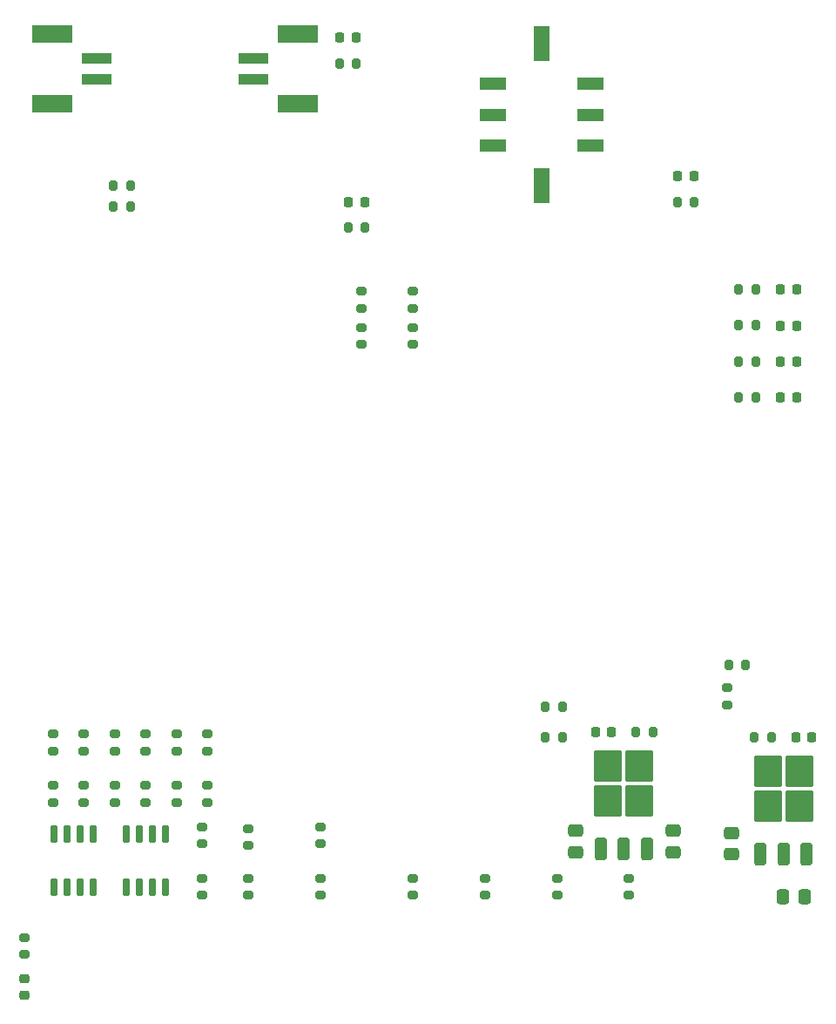
<source format=gtp>
%TF.GenerationSoftware,KiCad,Pcbnew,8.0.5*%
%TF.CreationDate,2024-10-05T14:58:48-05:00*%
%TF.ProjectId,DAQ,4441512e-6b69-4636-9164-5f7063625858,rev?*%
%TF.SameCoordinates,Original*%
%TF.FileFunction,Paste,Top*%
%TF.FilePolarity,Positive*%
%FSLAX46Y46*%
G04 Gerber Fmt 4.6, Leading zero omitted, Abs format (unit mm)*
G04 Created by KiCad (PCBNEW 8.0.5) date 2024-10-05 14:58:48*
%MOMM*%
%LPD*%
G01*
G04 APERTURE LIST*
G04 Aperture macros list*
%AMRoundRect*
0 Rectangle with rounded corners*
0 $1 Rounding radius*
0 $2 $3 $4 $5 $6 $7 $8 $9 X,Y pos of 4 corners*
0 Add a 4 corners polygon primitive as box body*
4,1,4,$2,$3,$4,$5,$6,$7,$8,$9,$2,$3,0*
0 Add four circle primitives for the rounded corners*
1,1,$1+$1,$2,$3*
1,1,$1+$1,$4,$5*
1,1,$1+$1,$6,$7*
1,1,$1+$1,$8,$9*
0 Add four rect primitives between the rounded corners*
20,1,$1+$1,$2,$3,$4,$5,0*
20,1,$1+$1,$4,$5,$6,$7,0*
20,1,$1+$1,$6,$7,$8,$9,0*
20,1,$1+$1,$8,$9,$2,$3,0*%
G04 Aperture macros list end*
%ADD10RoundRect,0.218750X0.218750X0.256250X-0.218750X0.256250X-0.218750X-0.256250X0.218750X-0.256250X0*%
%ADD11RoundRect,0.200000X0.275000X-0.200000X0.275000X0.200000X-0.275000X0.200000X-0.275000X-0.200000X0*%
%ADD12RoundRect,0.218750X-0.218750X-0.256250X0.218750X-0.256250X0.218750X0.256250X-0.218750X0.256250X0*%
%ADD13RoundRect,0.200000X0.200000X0.275000X-0.200000X0.275000X-0.200000X-0.275000X0.200000X-0.275000X0*%
%ADD14RoundRect,0.200000X-0.275000X0.200000X-0.275000X-0.200000X0.275000X-0.200000X0.275000X0.200000X0*%
%ADD15RoundRect,0.150000X-0.150000X0.725000X-0.150000X-0.725000X0.150000X-0.725000X0.150000X0.725000X0*%
%ADD16R,3.000000X1.000000*%
%ADD17R,4.000000X1.800000*%
%ADD18RoundRect,0.250000X0.350000X-0.850000X0.350000X0.850000X-0.350000X0.850000X-0.350000X-0.850000X0*%
%ADD19RoundRect,0.250000X1.125000X-1.275000X1.125000X1.275000X-1.125000X1.275000X-1.125000X-1.275000X0*%
%ADD20RoundRect,0.250000X0.337500X0.475000X-0.337500X0.475000X-0.337500X-0.475000X0.337500X-0.475000X0*%
%ADD21RoundRect,0.218750X0.256250X-0.218750X0.256250X0.218750X-0.256250X0.218750X-0.256250X-0.218750X0*%
%ADD22RoundRect,0.200000X-0.200000X-0.275000X0.200000X-0.275000X0.200000X0.275000X-0.200000X0.275000X0*%
%ADD23RoundRect,0.250000X0.475000X-0.337500X0.475000X0.337500X-0.475000X0.337500X-0.475000X-0.337500X0*%
%ADD24R,2.540000X1.270000*%
%ADD25R,1.650000X3.430000*%
G04 APERTURE END LIST*
D10*
%TO.C,D5*%
X179287500Y-118000000D03*
X177712500Y-118000000D03*
%TD*%
D11*
%TO.C,R19*%
X124500000Y-128500000D03*
X124500000Y-126850000D03*
%TD*%
%TO.C,R12*%
X114500000Y-119325000D03*
X114500000Y-117675000D03*
%TD*%
D12*
%TO.C,D2*%
X158212500Y-117500000D03*
X159787500Y-117500000D03*
%TD*%
D13*
%TO.C,R21*%
X135000000Y-52500000D03*
X133350000Y-52500000D03*
%TD*%
D14*
%TO.C,R14*%
X114500000Y-122675000D03*
X114500000Y-124325000D03*
%TD*%
D15*
%TO.C,Q1*%
X109405000Y-127425000D03*
X108135000Y-127425000D03*
X106865000Y-127425000D03*
X105595000Y-127425000D03*
X105595000Y-132575000D03*
X106865000Y-132575000D03*
X108135000Y-132575000D03*
X109405000Y-132575000D03*
%TD*%
D14*
%TO.C,R16*%
X120500000Y-117675000D03*
X120500000Y-119325000D03*
%TD*%
D13*
%TO.C,R24*%
X167825000Y-66000000D03*
X166175000Y-66000000D03*
%TD*%
D14*
%TO.C,R10*%
X111500000Y-117675000D03*
X111500000Y-119325000D03*
%TD*%
D13*
%TO.C,R40*%
X173825000Y-81460000D03*
X172175000Y-81460000D03*
%TD*%
D14*
%TO.C,R4*%
X161500000Y-131675000D03*
X161500000Y-133325000D03*
%TD*%
D13*
%TO.C,R28*%
X113025000Y-64400000D03*
X111375000Y-64400000D03*
%TD*%
D16*
%TO.C,J12*%
X109713525Y-54025000D03*
X109713525Y-52025000D03*
D17*
X105413525Y-56425000D03*
X105413525Y-49625000D03*
%TD*%
D12*
%TO.C,D3*%
X134212500Y-66000000D03*
X135787500Y-66000000D03*
%TD*%
D18*
%TO.C,U4*%
X158720000Y-128800000D03*
X161000000Y-128800000D03*
D19*
X159475000Y-124175000D03*
X162525000Y-124175000D03*
X159475000Y-120825000D03*
X162525000Y-120825000D03*
D18*
X163280000Y-128800000D03*
%TD*%
D14*
%TO.C,R1*%
X140500000Y-131675000D03*
X140500000Y-133325000D03*
%TD*%
D13*
%TO.C,R25*%
X175325000Y-118000000D03*
X173675000Y-118000000D03*
%TD*%
D15*
%TO.C,Q2*%
X116405000Y-127425000D03*
X115135000Y-127425000D03*
X113865000Y-127425000D03*
X112595000Y-127425000D03*
X112595000Y-132575000D03*
X113865000Y-132575000D03*
X115135000Y-132575000D03*
X116405000Y-132575000D03*
%TD*%
D10*
%TO.C,D7*%
X177787500Y-85000000D03*
X176212500Y-85000000D03*
%TD*%
D11*
%TO.C,R17*%
X124500000Y-133325000D03*
X124500000Y-131675000D03*
%TD*%
D20*
%TO.C,C4*%
X178537500Y-133500000D03*
X176462500Y-133500000D03*
%TD*%
D18*
%TO.C,U5*%
X174220000Y-129300000D03*
X176500000Y-129300000D03*
D19*
X174975000Y-124675000D03*
X178025000Y-124675000D03*
X174975000Y-121325000D03*
X178025000Y-121325000D03*
D18*
X178780000Y-129300000D03*
%TD*%
D14*
%TO.C,R33*%
X140500000Y-78175000D03*
X140500000Y-79825000D03*
%TD*%
D11*
%TO.C,R26*%
X102750000Y-139075000D03*
X102750000Y-137425000D03*
%TD*%
%TO.C,R18*%
X131500000Y-128325000D03*
X131500000Y-126675000D03*
%TD*%
D12*
%TO.C,D1*%
X133387500Y-50000000D03*
X134962500Y-50000000D03*
%TD*%
D14*
%TO.C,R7*%
X108500000Y-122675000D03*
X108500000Y-124325000D03*
%TD*%
D13*
%TO.C,R41*%
X173825000Y-77960000D03*
X172175000Y-77960000D03*
%TD*%
D21*
%TO.C,D6*%
X102750000Y-143037500D03*
X102750000Y-141462500D03*
%TD*%
D11*
%TO.C,R11*%
X117500000Y-119325000D03*
X117500000Y-117675000D03*
%TD*%
D14*
%TO.C,R2*%
X147500000Y-131675000D03*
X147500000Y-133325000D03*
%TD*%
%TO.C,R31*%
X135500000Y-78175000D03*
X135500000Y-79825000D03*
%TD*%
D13*
%TO.C,R30*%
X155000000Y-118000000D03*
X153350000Y-118000000D03*
%TD*%
D10*
%TO.C,D10*%
X177787500Y-74500000D03*
X176212500Y-74500000D03*
%TD*%
D22*
%TO.C,R22*%
X162185000Y-117500000D03*
X163835000Y-117500000D03*
%TD*%
D11*
%TO.C,R5*%
X108500000Y-119325000D03*
X108500000Y-117675000D03*
%TD*%
D14*
%TO.C,R34*%
X140500000Y-74675000D03*
X140500000Y-76325000D03*
%TD*%
D11*
%TO.C,R38*%
X120000000Y-133325000D03*
X120000000Y-131675000D03*
%TD*%
D23*
%TO.C,C1*%
X165780000Y-129137500D03*
X165780000Y-127062500D03*
%TD*%
D11*
%TO.C,R6*%
X105500000Y-119325000D03*
X105500000Y-117675000D03*
%TD*%
D13*
%TO.C,R39*%
X173825000Y-84960000D03*
X172175000Y-84960000D03*
%TD*%
%TO.C,R27*%
X113025000Y-66400000D03*
X111375000Y-66400000D03*
%TD*%
%TO.C,R23*%
X135825000Y-68500000D03*
X134175000Y-68500000D03*
%TD*%
D10*
%TO.C,D8*%
X177787500Y-81500000D03*
X176212500Y-81500000D03*
%TD*%
D14*
%TO.C,R8*%
X105500000Y-122675000D03*
X105500000Y-124325000D03*
%TD*%
%TO.C,R9*%
X111500000Y-122675000D03*
X111500000Y-124325000D03*
%TD*%
D12*
%TO.C,D4*%
X166212500Y-63500000D03*
X167787500Y-63500000D03*
%TD*%
D14*
%TO.C,R32*%
X135500000Y-74675000D03*
X135500000Y-76325000D03*
%TD*%
D16*
%TO.C,J13*%
X124975000Y-52025000D03*
X124975000Y-54025000D03*
D17*
X129275000Y-49625000D03*
X129275000Y-56425000D03*
%TD*%
D23*
%TO.C,C3*%
X171500000Y-129337500D03*
X171500000Y-127262500D03*
%TD*%
%TO.C,C2*%
X156280000Y-129137500D03*
X156280000Y-127062500D03*
%TD*%
D13*
%TO.C,R42*%
X173825000Y-74460000D03*
X172175000Y-74460000D03*
%TD*%
D22*
%TO.C,R29*%
X153350000Y-115000000D03*
X155000000Y-115000000D03*
%TD*%
D11*
%TO.C,R36*%
X171000000Y-114825000D03*
X171000000Y-113175000D03*
%TD*%
D22*
%TO.C,R35*%
X171175000Y-111000000D03*
X172825000Y-111000000D03*
%TD*%
D11*
%TO.C,R20*%
X131500000Y-133325000D03*
X131500000Y-131675000D03*
%TD*%
D10*
%TO.C,D9*%
X177787500Y-78000000D03*
X176212500Y-78000000D03*
%TD*%
D14*
%TO.C,R15*%
X120500000Y-122675000D03*
X120500000Y-124325000D03*
%TD*%
%TO.C,R13*%
X117500000Y-122675000D03*
X117500000Y-124325000D03*
%TD*%
D24*
%TO.C,J6*%
X148300000Y-60500000D03*
X148300000Y-57500000D03*
X148300000Y-54500000D03*
X157700000Y-60500000D03*
X157700000Y-57500000D03*
X157700000Y-54500000D03*
D25*
X153000000Y-64385000D03*
X153000000Y-50615000D03*
%TD*%
D11*
%TO.C,R37*%
X120000000Y-128325000D03*
X120000000Y-126675000D03*
%TD*%
D14*
%TO.C,R3*%
X154500000Y-131675000D03*
X154500000Y-133325000D03*
%TD*%
M02*

</source>
